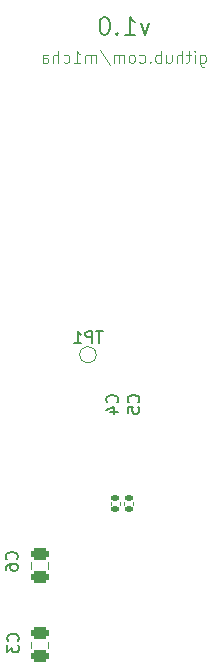
<source format=gbo>
%TF.GenerationSoftware,KiCad,Pcbnew,9.0.1*%
%TF.CreationDate,2025-04-25T13:26:34+02:00*%
%TF.ProjectId,m2-e-usdex,6d322d65-2d75-4736-9465-782e6b696361,rev?*%
%TF.SameCoordinates,Original*%
%TF.FileFunction,Legend,Bot*%
%TF.FilePolarity,Positive*%
%FSLAX46Y46*%
G04 Gerber Fmt 4.6, Leading zero omitted, Abs format (unit mm)*
G04 Created by KiCad (PCBNEW 9.0.1) date 2025-04-25 13:26:34*
%MOMM*%
%LPD*%
G01*
G04 APERTURE LIST*
G04 Aperture macros list*
%AMRoundRect*
0 Rectangle with rounded corners*
0 $1 Rounding radius*
0 $2 $3 $4 $5 $6 $7 $8 $9 X,Y pos of 4 corners*
0 Add a 4 corners polygon primitive as box body*
4,1,4,$2,$3,$4,$5,$6,$7,$8,$9,$2,$3,0*
0 Add four circle primitives for the rounded corners*
1,1,$1+$1,$2,$3*
1,1,$1+$1,$4,$5*
1,1,$1+$1,$6,$7*
1,1,$1+$1,$8,$9*
0 Add four rect primitives between the rounded corners*
20,1,$1+$1,$2,$3,$4,$5,0*
20,1,$1+$1,$4,$5,$6,$7,0*
20,1,$1+$1,$6,$7,$8,$9,0*
20,1,$1+$1,$8,$9,$2,$3,0*%
G04 Aperture macros list end*
%ADD10C,0.100000*%
%ADD11C,0.187500*%
%ADD12C,0.150000*%
%ADD13C,0.120000*%
%ADD14R,0.350000X1.950000*%
%ADD15O,5.000000X6.000000*%
%ADD16C,1.000000*%
%ADD17RoundRect,0.250000X-0.475000X0.250000X-0.475000X-0.250000X0.475000X-0.250000X0.475000X0.250000X0*%
%ADD18RoundRect,0.140000X0.170000X-0.140000X0.170000X0.140000X-0.170000X0.140000X-0.170000X-0.140000X0*%
%ADD19RoundRect,0.140000X-0.170000X0.140000X-0.170000X-0.140000X0.170000X-0.140000X0.170000X0.140000X0*%
%ADD20RoundRect,0.250000X0.475000X-0.250000X0.475000X0.250000X-0.475000X0.250000X-0.475000X-0.250000X0*%
G04 APERTURE END LIST*
D10*
X275702380Y-68005752D02*
X275702380Y-68815276D01*
X275702380Y-68815276D02*
X275749999Y-68910514D01*
X275749999Y-68910514D02*
X275797618Y-68958133D01*
X275797618Y-68958133D02*
X275892856Y-69005752D01*
X275892856Y-69005752D02*
X276035713Y-69005752D01*
X276035713Y-69005752D02*
X276130951Y-68958133D01*
X275702380Y-68624800D02*
X275797618Y-68672419D01*
X275797618Y-68672419D02*
X275988094Y-68672419D01*
X275988094Y-68672419D02*
X276083332Y-68624800D01*
X276083332Y-68624800D02*
X276130951Y-68577180D01*
X276130951Y-68577180D02*
X276178570Y-68481942D01*
X276178570Y-68481942D02*
X276178570Y-68196228D01*
X276178570Y-68196228D02*
X276130951Y-68100990D01*
X276130951Y-68100990D02*
X276083332Y-68053371D01*
X276083332Y-68053371D02*
X275988094Y-68005752D01*
X275988094Y-68005752D02*
X275797618Y-68005752D01*
X275797618Y-68005752D02*
X275702380Y-68053371D01*
X275226189Y-68672419D02*
X275226189Y-68005752D01*
X275226189Y-67672419D02*
X275273808Y-67720038D01*
X275273808Y-67720038D02*
X275226189Y-67767657D01*
X275226189Y-67767657D02*
X275178570Y-67720038D01*
X275178570Y-67720038D02*
X275226189Y-67672419D01*
X275226189Y-67672419D02*
X275226189Y-67767657D01*
X274892856Y-68005752D02*
X274511904Y-68005752D01*
X274749999Y-67672419D02*
X274749999Y-68529561D01*
X274749999Y-68529561D02*
X274702380Y-68624800D01*
X274702380Y-68624800D02*
X274607142Y-68672419D01*
X274607142Y-68672419D02*
X274511904Y-68672419D01*
X274178570Y-68672419D02*
X274178570Y-67672419D01*
X273749999Y-68672419D02*
X273749999Y-68148609D01*
X273749999Y-68148609D02*
X273797618Y-68053371D01*
X273797618Y-68053371D02*
X273892856Y-68005752D01*
X273892856Y-68005752D02*
X274035713Y-68005752D01*
X274035713Y-68005752D02*
X274130951Y-68053371D01*
X274130951Y-68053371D02*
X274178570Y-68100990D01*
X272845237Y-68005752D02*
X272845237Y-68672419D01*
X273273808Y-68005752D02*
X273273808Y-68529561D01*
X273273808Y-68529561D02*
X273226189Y-68624800D01*
X273226189Y-68624800D02*
X273130951Y-68672419D01*
X273130951Y-68672419D02*
X272988094Y-68672419D01*
X272988094Y-68672419D02*
X272892856Y-68624800D01*
X272892856Y-68624800D02*
X272845237Y-68577180D01*
X272369046Y-68672419D02*
X272369046Y-67672419D01*
X272369046Y-68053371D02*
X272273808Y-68005752D01*
X272273808Y-68005752D02*
X272083332Y-68005752D01*
X272083332Y-68005752D02*
X271988094Y-68053371D01*
X271988094Y-68053371D02*
X271940475Y-68100990D01*
X271940475Y-68100990D02*
X271892856Y-68196228D01*
X271892856Y-68196228D02*
X271892856Y-68481942D01*
X271892856Y-68481942D02*
X271940475Y-68577180D01*
X271940475Y-68577180D02*
X271988094Y-68624800D01*
X271988094Y-68624800D02*
X272083332Y-68672419D01*
X272083332Y-68672419D02*
X272273808Y-68672419D01*
X272273808Y-68672419D02*
X272369046Y-68624800D01*
X271464284Y-68577180D02*
X271416665Y-68624800D01*
X271416665Y-68624800D02*
X271464284Y-68672419D01*
X271464284Y-68672419D02*
X271511903Y-68624800D01*
X271511903Y-68624800D02*
X271464284Y-68577180D01*
X271464284Y-68577180D02*
X271464284Y-68672419D01*
X270559523Y-68624800D02*
X270654761Y-68672419D01*
X270654761Y-68672419D02*
X270845237Y-68672419D01*
X270845237Y-68672419D02*
X270940475Y-68624800D01*
X270940475Y-68624800D02*
X270988094Y-68577180D01*
X270988094Y-68577180D02*
X271035713Y-68481942D01*
X271035713Y-68481942D02*
X271035713Y-68196228D01*
X271035713Y-68196228D02*
X270988094Y-68100990D01*
X270988094Y-68100990D02*
X270940475Y-68053371D01*
X270940475Y-68053371D02*
X270845237Y-68005752D01*
X270845237Y-68005752D02*
X270654761Y-68005752D01*
X270654761Y-68005752D02*
X270559523Y-68053371D01*
X269988094Y-68672419D02*
X270083332Y-68624800D01*
X270083332Y-68624800D02*
X270130951Y-68577180D01*
X270130951Y-68577180D02*
X270178570Y-68481942D01*
X270178570Y-68481942D02*
X270178570Y-68196228D01*
X270178570Y-68196228D02*
X270130951Y-68100990D01*
X270130951Y-68100990D02*
X270083332Y-68053371D01*
X270083332Y-68053371D02*
X269988094Y-68005752D01*
X269988094Y-68005752D02*
X269845237Y-68005752D01*
X269845237Y-68005752D02*
X269749999Y-68053371D01*
X269749999Y-68053371D02*
X269702380Y-68100990D01*
X269702380Y-68100990D02*
X269654761Y-68196228D01*
X269654761Y-68196228D02*
X269654761Y-68481942D01*
X269654761Y-68481942D02*
X269702380Y-68577180D01*
X269702380Y-68577180D02*
X269749999Y-68624800D01*
X269749999Y-68624800D02*
X269845237Y-68672419D01*
X269845237Y-68672419D02*
X269988094Y-68672419D01*
X269226189Y-68672419D02*
X269226189Y-68005752D01*
X269226189Y-68100990D02*
X269178570Y-68053371D01*
X269178570Y-68053371D02*
X269083332Y-68005752D01*
X269083332Y-68005752D02*
X268940475Y-68005752D01*
X268940475Y-68005752D02*
X268845237Y-68053371D01*
X268845237Y-68053371D02*
X268797618Y-68148609D01*
X268797618Y-68148609D02*
X268797618Y-68672419D01*
X268797618Y-68148609D02*
X268749999Y-68053371D01*
X268749999Y-68053371D02*
X268654761Y-68005752D01*
X268654761Y-68005752D02*
X268511904Y-68005752D01*
X268511904Y-68005752D02*
X268416665Y-68053371D01*
X268416665Y-68053371D02*
X268369046Y-68148609D01*
X268369046Y-68148609D02*
X268369046Y-68672419D01*
X267178571Y-67624800D02*
X268035713Y-68910514D01*
X266845237Y-68672419D02*
X266845237Y-68005752D01*
X266845237Y-68100990D02*
X266797618Y-68053371D01*
X266797618Y-68053371D02*
X266702380Y-68005752D01*
X266702380Y-68005752D02*
X266559523Y-68005752D01*
X266559523Y-68005752D02*
X266464285Y-68053371D01*
X266464285Y-68053371D02*
X266416666Y-68148609D01*
X266416666Y-68148609D02*
X266416666Y-68672419D01*
X266416666Y-68148609D02*
X266369047Y-68053371D01*
X266369047Y-68053371D02*
X266273809Y-68005752D01*
X266273809Y-68005752D02*
X266130952Y-68005752D01*
X266130952Y-68005752D02*
X266035713Y-68053371D01*
X266035713Y-68053371D02*
X265988094Y-68148609D01*
X265988094Y-68148609D02*
X265988094Y-68672419D01*
X264988095Y-68672419D02*
X265559523Y-68672419D01*
X265273809Y-68672419D02*
X265273809Y-67672419D01*
X265273809Y-67672419D02*
X265369047Y-67815276D01*
X265369047Y-67815276D02*
X265464285Y-67910514D01*
X265464285Y-67910514D02*
X265559523Y-67958133D01*
X264130952Y-68624800D02*
X264226190Y-68672419D01*
X264226190Y-68672419D02*
X264416666Y-68672419D01*
X264416666Y-68672419D02*
X264511904Y-68624800D01*
X264511904Y-68624800D02*
X264559523Y-68577180D01*
X264559523Y-68577180D02*
X264607142Y-68481942D01*
X264607142Y-68481942D02*
X264607142Y-68196228D01*
X264607142Y-68196228D02*
X264559523Y-68100990D01*
X264559523Y-68100990D02*
X264511904Y-68053371D01*
X264511904Y-68053371D02*
X264416666Y-68005752D01*
X264416666Y-68005752D02*
X264226190Y-68005752D01*
X264226190Y-68005752D02*
X264130952Y-68053371D01*
X263702380Y-68672419D02*
X263702380Y-67672419D01*
X263273809Y-68672419D02*
X263273809Y-68148609D01*
X263273809Y-68148609D02*
X263321428Y-68053371D01*
X263321428Y-68053371D02*
X263416666Y-68005752D01*
X263416666Y-68005752D02*
X263559523Y-68005752D01*
X263559523Y-68005752D02*
X263654761Y-68053371D01*
X263654761Y-68053371D02*
X263702380Y-68100990D01*
X262369047Y-68672419D02*
X262369047Y-68148609D01*
X262369047Y-68148609D02*
X262416666Y-68053371D01*
X262416666Y-68053371D02*
X262511904Y-68005752D01*
X262511904Y-68005752D02*
X262702380Y-68005752D01*
X262702380Y-68005752D02*
X262797618Y-68053371D01*
X262369047Y-68624800D02*
X262464285Y-68672419D01*
X262464285Y-68672419D02*
X262702380Y-68672419D01*
X262702380Y-68672419D02*
X262797618Y-68624800D01*
X262797618Y-68624800D02*
X262845237Y-68529561D01*
X262845237Y-68529561D02*
X262845237Y-68434323D01*
X262845237Y-68434323D02*
X262797618Y-68339085D01*
X262797618Y-68339085D02*
X262702380Y-68291466D01*
X262702380Y-68291466D02*
X262464285Y-68291466D01*
X262464285Y-68291466D02*
X262369047Y-68243847D01*
D11*
X271392856Y-65306678D02*
X271035713Y-66306678D01*
X271035713Y-66306678D02*
X270678570Y-65306678D01*
X269321427Y-66306678D02*
X270178570Y-66306678D01*
X269749999Y-66306678D02*
X269749999Y-64806678D01*
X269749999Y-64806678D02*
X269892856Y-65020964D01*
X269892856Y-65020964D02*
X270035713Y-65163821D01*
X270035713Y-65163821D02*
X270178570Y-65235250D01*
X268678571Y-66163821D02*
X268607142Y-66235250D01*
X268607142Y-66235250D02*
X268678571Y-66306678D01*
X268678571Y-66306678D02*
X268749999Y-66235250D01*
X268749999Y-66235250D02*
X268678571Y-66163821D01*
X268678571Y-66163821D02*
X268678571Y-66306678D01*
X267678570Y-64806678D02*
X267535713Y-64806678D01*
X267535713Y-64806678D02*
X267392856Y-64878107D01*
X267392856Y-64878107D02*
X267321428Y-64949535D01*
X267321428Y-64949535D02*
X267249999Y-65092392D01*
X267249999Y-65092392D02*
X267178570Y-65378107D01*
X267178570Y-65378107D02*
X267178570Y-65735250D01*
X267178570Y-65735250D02*
X267249999Y-66020964D01*
X267249999Y-66020964D02*
X267321428Y-66163821D01*
X267321428Y-66163821D02*
X267392856Y-66235250D01*
X267392856Y-66235250D02*
X267535713Y-66306678D01*
X267535713Y-66306678D02*
X267678570Y-66306678D01*
X267678570Y-66306678D02*
X267821428Y-66235250D01*
X267821428Y-66235250D02*
X267892856Y-66163821D01*
X267892856Y-66163821D02*
X267964285Y-66020964D01*
X267964285Y-66020964D02*
X268035713Y-65735250D01*
X268035713Y-65735250D02*
X268035713Y-65378107D01*
X268035713Y-65378107D02*
X267964285Y-65092392D01*
X267964285Y-65092392D02*
X267892856Y-64949535D01*
X267892856Y-64949535D02*
X267821428Y-64878107D01*
X267821428Y-64878107D02*
X267678570Y-64806678D01*
D12*
X267461904Y-91406819D02*
X266890476Y-91406819D01*
X267176190Y-92406819D02*
X267176190Y-91406819D01*
X266557142Y-92406819D02*
X266557142Y-91406819D01*
X266557142Y-91406819D02*
X266176190Y-91406819D01*
X266176190Y-91406819D02*
X266080952Y-91454438D01*
X266080952Y-91454438D02*
X266033333Y-91502057D01*
X266033333Y-91502057D02*
X265985714Y-91597295D01*
X265985714Y-91597295D02*
X265985714Y-91740152D01*
X265985714Y-91740152D02*
X266033333Y-91835390D01*
X266033333Y-91835390D02*
X266080952Y-91883009D01*
X266080952Y-91883009D02*
X266176190Y-91930628D01*
X266176190Y-91930628D02*
X266557142Y-91930628D01*
X265033333Y-92406819D02*
X265604761Y-92406819D01*
X265319047Y-92406819D02*
X265319047Y-91406819D01*
X265319047Y-91406819D02*
X265414285Y-91549676D01*
X265414285Y-91549676D02*
X265509523Y-91644914D01*
X265509523Y-91644914D02*
X265604761Y-91692533D01*
X260159580Y-110733333D02*
X260207200Y-110685714D01*
X260207200Y-110685714D02*
X260254819Y-110542857D01*
X260254819Y-110542857D02*
X260254819Y-110447619D01*
X260254819Y-110447619D02*
X260207200Y-110304762D01*
X260207200Y-110304762D02*
X260111961Y-110209524D01*
X260111961Y-110209524D02*
X260016723Y-110161905D01*
X260016723Y-110161905D02*
X259826247Y-110114286D01*
X259826247Y-110114286D02*
X259683390Y-110114286D01*
X259683390Y-110114286D02*
X259492914Y-110161905D01*
X259492914Y-110161905D02*
X259397676Y-110209524D01*
X259397676Y-110209524D02*
X259302438Y-110304762D01*
X259302438Y-110304762D02*
X259254819Y-110447619D01*
X259254819Y-110447619D02*
X259254819Y-110542857D01*
X259254819Y-110542857D02*
X259302438Y-110685714D01*
X259302438Y-110685714D02*
X259350057Y-110733333D01*
X259254819Y-111590476D02*
X259254819Y-111400000D01*
X259254819Y-111400000D02*
X259302438Y-111304762D01*
X259302438Y-111304762D02*
X259350057Y-111257143D01*
X259350057Y-111257143D02*
X259492914Y-111161905D01*
X259492914Y-111161905D02*
X259683390Y-111114286D01*
X259683390Y-111114286D02*
X260064342Y-111114286D01*
X260064342Y-111114286D02*
X260159580Y-111161905D01*
X260159580Y-111161905D02*
X260207200Y-111209524D01*
X260207200Y-111209524D02*
X260254819Y-111304762D01*
X260254819Y-111304762D02*
X260254819Y-111495238D01*
X260254819Y-111495238D02*
X260207200Y-111590476D01*
X260207200Y-111590476D02*
X260159580Y-111638095D01*
X260159580Y-111638095D02*
X260064342Y-111685714D01*
X260064342Y-111685714D02*
X259826247Y-111685714D01*
X259826247Y-111685714D02*
X259731009Y-111638095D01*
X259731009Y-111638095D02*
X259683390Y-111590476D01*
X259683390Y-111590476D02*
X259635771Y-111495238D01*
X259635771Y-111495238D02*
X259635771Y-111304762D01*
X259635771Y-111304762D02*
X259683390Y-111209524D01*
X259683390Y-111209524D02*
X259731009Y-111161905D01*
X259731009Y-111161905D02*
X259826247Y-111114286D01*
X270459580Y-97433333D02*
X270507200Y-97385714D01*
X270507200Y-97385714D02*
X270554819Y-97242857D01*
X270554819Y-97242857D02*
X270554819Y-97147619D01*
X270554819Y-97147619D02*
X270507200Y-97004762D01*
X270507200Y-97004762D02*
X270411961Y-96909524D01*
X270411961Y-96909524D02*
X270316723Y-96861905D01*
X270316723Y-96861905D02*
X270126247Y-96814286D01*
X270126247Y-96814286D02*
X269983390Y-96814286D01*
X269983390Y-96814286D02*
X269792914Y-96861905D01*
X269792914Y-96861905D02*
X269697676Y-96909524D01*
X269697676Y-96909524D02*
X269602438Y-97004762D01*
X269602438Y-97004762D02*
X269554819Y-97147619D01*
X269554819Y-97147619D02*
X269554819Y-97242857D01*
X269554819Y-97242857D02*
X269602438Y-97385714D01*
X269602438Y-97385714D02*
X269650057Y-97433333D01*
X269554819Y-98338095D02*
X269554819Y-97861905D01*
X269554819Y-97861905D02*
X270031009Y-97814286D01*
X270031009Y-97814286D02*
X269983390Y-97861905D01*
X269983390Y-97861905D02*
X269935771Y-97957143D01*
X269935771Y-97957143D02*
X269935771Y-98195238D01*
X269935771Y-98195238D02*
X269983390Y-98290476D01*
X269983390Y-98290476D02*
X270031009Y-98338095D01*
X270031009Y-98338095D02*
X270126247Y-98385714D01*
X270126247Y-98385714D02*
X270364342Y-98385714D01*
X270364342Y-98385714D02*
X270459580Y-98338095D01*
X270459580Y-98338095D02*
X270507200Y-98290476D01*
X270507200Y-98290476D02*
X270554819Y-98195238D01*
X270554819Y-98195238D02*
X270554819Y-97957143D01*
X270554819Y-97957143D02*
X270507200Y-97861905D01*
X270507200Y-97861905D02*
X270459580Y-97814286D01*
X268659580Y-97433333D02*
X268707200Y-97385714D01*
X268707200Y-97385714D02*
X268754819Y-97242857D01*
X268754819Y-97242857D02*
X268754819Y-97147619D01*
X268754819Y-97147619D02*
X268707200Y-97004762D01*
X268707200Y-97004762D02*
X268611961Y-96909524D01*
X268611961Y-96909524D02*
X268516723Y-96861905D01*
X268516723Y-96861905D02*
X268326247Y-96814286D01*
X268326247Y-96814286D02*
X268183390Y-96814286D01*
X268183390Y-96814286D02*
X267992914Y-96861905D01*
X267992914Y-96861905D02*
X267897676Y-96909524D01*
X267897676Y-96909524D02*
X267802438Y-97004762D01*
X267802438Y-97004762D02*
X267754819Y-97147619D01*
X267754819Y-97147619D02*
X267754819Y-97242857D01*
X267754819Y-97242857D02*
X267802438Y-97385714D01*
X267802438Y-97385714D02*
X267850057Y-97433333D01*
X268088152Y-98290476D02*
X268754819Y-98290476D01*
X267707200Y-98052381D02*
X268421485Y-97814286D01*
X268421485Y-97814286D02*
X268421485Y-98433333D01*
X260259580Y-117633333D02*
X260307200Y-117585714D01*
X260307200Y-117585714D02*
X260354819Y-117442857D01*
X260354819Y-117442857D02*
X260354819Y-117347619D01*
X260354819Y-117347619D02*
X260307200Y-117204762D01*
X260307200Y-117204762D02*
X260211961Y-117109524D01*
X260211961Y-117109524D02*
X260116723Y-117061905D01*
X260116723Y-117061905D02*
X259926247Y-117014286D01*
X259926247Y-117014286D02*
X259783390Y-117014286D01*
X259783390Y-117014286D02*
X259592914Y-117061905D01*
X259592914Y-117061905D02*
X259497676Y-117109524D01*
X259497676Y-117109524D02*
X259402438Y-117204762D01*
X259402438Y-117204762D02*
X259354819Y-117347619D01*
X259354819Y-117347619D02*
X259354819Y-117442857D01*
X259354819Y-117442857D02*
X259402438Y-117585714D01*
X259402438Y-117585714D02*
X259450057Y-117633333D01*
X259354819Y-117966667D02*
X259354819Y-118585714D01*
X259354819Y-118585714D02*
X259735771Y-118252381D01*
X259735771Y-118252381D02*
X259735771Y-118395238D01*
X259735771Y-118395238D02*
X259783390Y-118490476D01*
X259783390Y-118490476D02*
X259831009Y-118538095D01*
X259831009Y-118538095D02*
X259926247Y-118585714D01*
X259926247Y-118585714D02*
X260164342Y-118585714D01*
X260164342Y-118585714D02*
X260259580Y-118538095D01*
X260259580Y-118538095D02*
X260307200Y-118490476D01*
X260307200Y-118490476D02*
X260354819Y-118395238D01*
X260354819Y-118395238D02*
X260354819Y-118109524D01*
X260354819Y-118109524D02*
X260307200Y-118014286D01*
X260307200Y-118014286D02*
X260259580Y-117966667D01*
D13*
%TO.C,TP1*%
X266900000Y-93400000D02*
G75*
G02*
X265500000Y-93400000I-700000J0D01*
G01*
X265500000Y-93400000D02*
G75*
G02*
X266900000Y-93400000I700000J0D01*
G01*
%TO.C,C6*%
X261365000Y-110988748D02*
X261365000Y-111511252D01*
X262835000Y-110988748D02*
X262835000Y-111511252D01*
%TO.C,C5*%
X269280000Y-106107836D02*
X269280000Y-105892164D01*
X270000000Y-106107836D02*
X270000000Y-105892164D01*
%TO.C,C4*%
X268170000Y-105892164D02*
X268170000Y-106107836D01*
X268890000Y-105892164D02*
X268890000Y-106107836D01*
%TO.C,C3*%
X261365000Y-118211252D02*
X261365000Y-117688748D01*
X262835000Y-118211252D02*
X262835000Y-117688748D01*
%TD*%
%LPC*%
D14*
%TO.C,J1*%
X278250000Y-135250000D03*
X277750000Y-135250000D03*
X277250000Y-135250000D03*
X276750000Y-135250000D03*
X276250000Y-135250000D03*
X275750000Y-135250000D03*
X275250000Y-135250000D03*
X274750000Y-135250000D03*
X274250000Y-135250000D03*
X273750000Y-135250000D03*
X273250000Y-135250000D03*
X272750000Y-135250000D03*
X272250000Y-135250000D03*
X271750000Y-135250000D03*
X271250000Y-135250000D03*
X270750000Y-135250000D03*
X270250000Y-135250000D03*
X269750000Y-135250000D03*
X269250000Y-135250000D03*
X268750000Y-135250000D03*
X268250000Y-135250000D03*
X267750000Y-135250000D03*
X267250000Y-135250000D03*
X266750000Y-135250000D03*
X266250000Y-135250000D03*
X265750000Y-135250000D03*
X265250000Y-135250000D03*
X264750000Y-135250000D03*
X264250000Y-135250000D03*
X261750000Y-135250000D03*
X261250000Y-135250000D03*
X260750000Y-135250000D03*
X260250000Y-135250000D03*
D15*
X269250000Y-57275000D03*
%TD*%
D16*
%TO.C,TP1*%
X266200000Y-93400000D03*
%TD*%
D17*
%TO.C,C6*%
X262100000Y-110300000D03*
X262100000Y-112200000D03*
%TD*%
D18*
%TO.C,C5*%
X269640000Y-106480000D03*
X269640000Y-105520000D03*
%TD*%
D19*
%TO.C,C4*%
X268530000Y-105520000D03*
X268530000Y-106480000D03*
%TD*%
D20*
%TO.C,C3*%
X262100000Y-118900000D03*
X262100000Y-117000000D03*
%TD*%
%LPD*%
M02*

</source>
